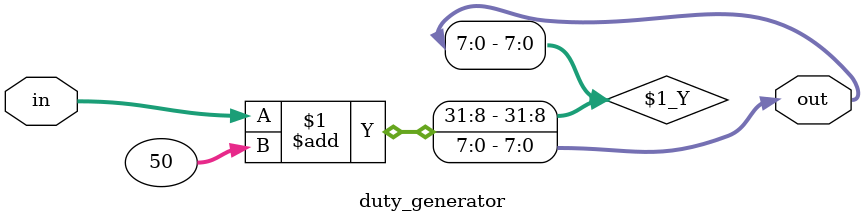
<source format=v>
module duty_generator(
    input wire [7:0] in,
    output wire [7:0] out
);

assign out = in + 50;

endmodule
</source>
